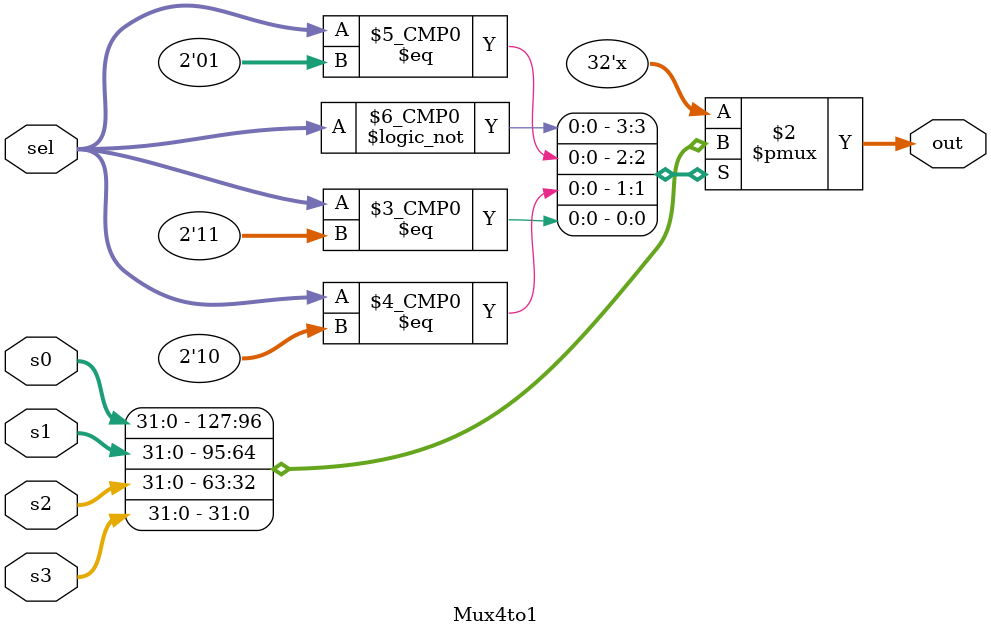
<source format=v>
module Mux4to1 #(
    parameter size = 32
) 
(
    input [1:0] sel,
    input signed [size-1:0] s0, //alu
    input signed [size-1:0] s1, //DM
    input signed [size-1:0] s2, //pc+4
    input signed [size-1:0] s3, //lui
    output reg signed [size-1:0] out
);

//to include functionality for JAL memtoReg MUX now takes three input
//instead of two (a input line for PC+4 is added to store the PC value while JAL)

always@(*)
begin
case(sel)
    2'b00 : out = s0;
    2'b01 : out = s1;
    2'b10 : out = s2;
    2'b11 : out = s3;
endcase
end
endmodule

</source>
